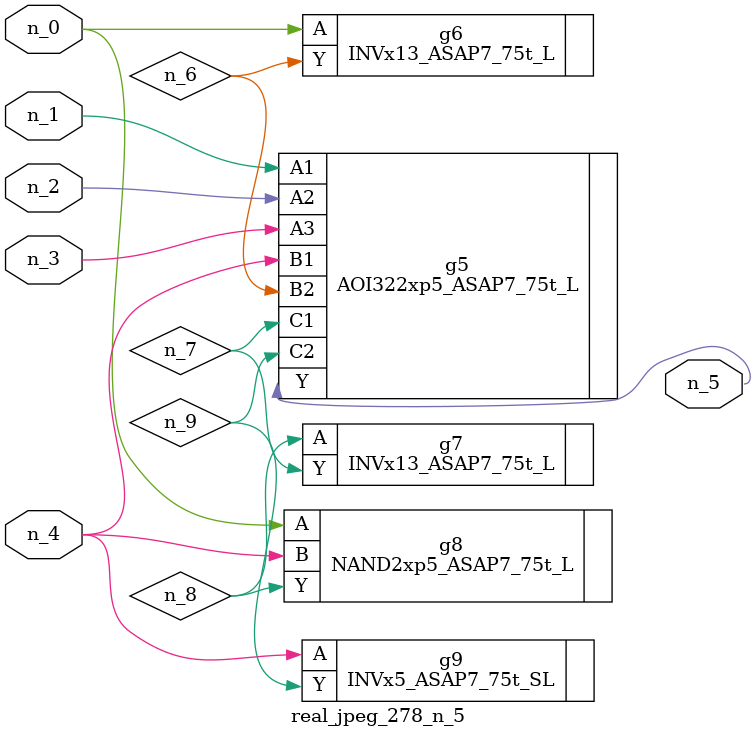
<source format=v>
module real_jpeg_278_n_5 (n_4, n_0, n_1, n_2, n_3, n_5);

input n_4;
input n_0;
input n_1;
input n_2;
input n_3;

output n_5;

wire n_8;
wire n_6;
wire n_7;
wire n_9;

INVx13_ASAP7_75t_L g6 ( 
.A(n_0),
.Y(n_6)
);

NAND2xp5_ASAP7_75t_L g8 ( 
.A(n_0),
.B(n_4),
.Y(n_8)
);

AOI322xp5_ASAP7_75t_L g5 ( 
.A1(n_1),
.A2(n_2),
.A3(n_3),
.B1(n_4),
.B2(n_6),
.C1(n_7),
.C2(n_9),
.Y(n_5)
);

INVx5_ASAP7_75t_SL g9 ( 
.A(n_4),
.Y(n_9)
);

INVx13_ASAP7_75t_L g7 ( 
.A(n_8),
.Y(n_7)
);


endmodule
</source>
